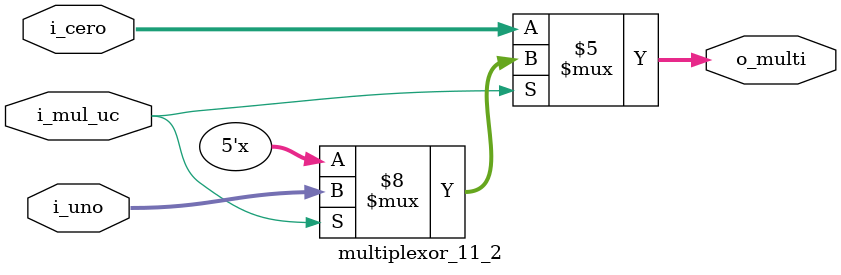
<source format=v>
`timescale 1ps/1ps

module multiplexor_11_2
(
input i_mul_uc, //salida de la uc y entrada del multiplexor 
input [4:0]i_uno,    //entrada en la posicion uno 
input [4:0]i_cero,     //entrada en la pocision 0 
output reg[4:0]o_multi
);
always @(*)
begin 
	if(i_mul_uc==1)
	begin
		o_multi=i_uno;
	end
	if(i_mul_uc==0)
	begin
		o_multi=i_cero;
	end 
end 
endmodule 
</source>
